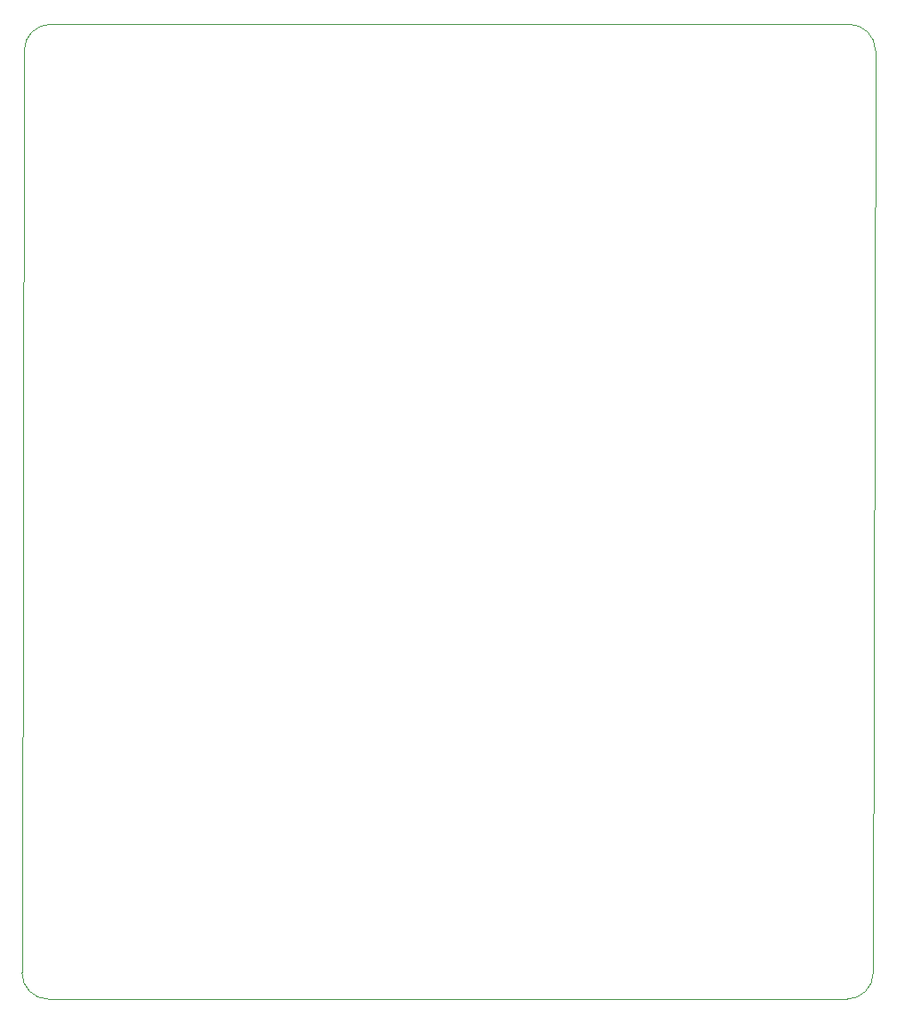
<source format=gbr>
%TF.GenerationSoftware,KiCad,Pcbnew,7.0.8*%
%TF.CreationDate,2023-12-31T21:55:00+05:30*%
%TF.ProjectId,sra_dev_board_2023,7372615f-6465-4765-9f62-6f6172645f32,rev?*%
%TF.SameCoordinates,Original*%
%TF.FileFunction,Profile,NP*%
%FSLAX46Y46*%
G04 Gerber Fmt 4.6, Leading zero omitted, Abs format (unit mm)*
G04 Created by KiCad (PCBNEW 7.0.8) date 2023-12-31 21:55:00*
%MOMM*%
%LPD*%
G01*
G04 APERTURE LIST*
%TA.AperFunction,Profile*%
%ADD10C,0.100000*%
%TD*%
G04 APERTURE END LIST*
D10*
X148285182Y-122132182D02*
G75*
G03*
X150785182Y-119632233I18J2499982D01*
G01*
X151000000Y-32500000D02*
X150785182Y-119040962D01*
X69785182Y-119040962D02*
X69785182Y-119632233D01*
X148500000Y-29450000D02*
X72500000Y-29450000D01*
X150785182Y-119040962D02*
X150785182Y-119632233D01*
X151000000Y-31950000D02*
G75*
G03*
X148500000Y-29450000I-2500000J0D01*
G01*
X70000000Y-32500000D02*
X69785182Y-119040962D01*
X69785167Y-119632233D02*
G75*
G03*
X72285182Y-122132233I2500033J33D01*
G01*
X72285182Y-122132233D02*
X148285182Y-122132233D01*
X70000000Y-31950000D02*
X70000000Y-32500000D01*
X72500000Y-29450000D02*
G75*
G03*
X70000000Y-31950000I0J-2500000D01*
G01*
X151000000Y-31950000D02*
X151000000Y-32500000D01*
M02*

</source>
